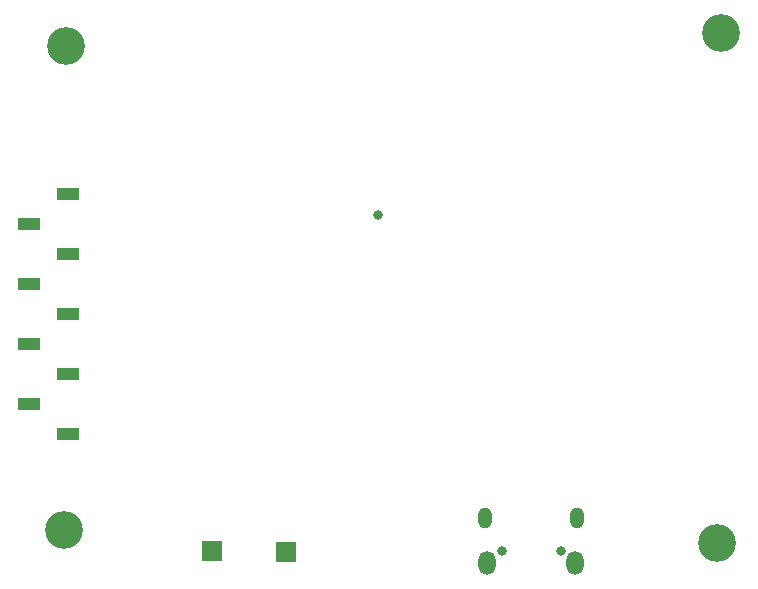
<source format=gbr>
%TF.GenerationSoftware,KiCad,Pcbnew,7.0.2*%
%TF.CreationDate,2023-11-25T19:49:37-03:00*%
%TF.ProjectId,Schematic_monitor,53636865-6d61-4746-9963-5f6d6f6e6974,rev?*%
%TF.SameCoordinates,Original*%
%TF.FileFunction,Soldermask,Bot*%
%TF.FilePolarity,Negative*%
%FSLAX45Y45*%
G04 Gerber Fmt 4.5, Leading zero omitted, Abs format (unit mm)*
G04 Created by KiCad (PCBNEW 7.0.2) date 2023-11-25 19:49:37*
%MOMM*%
%LPD*%
G01*
G04 APERTURE LIST*
%ADD10O,1.150000X1.800000*%
%ADD11O,1.450000X2.000000*%
%ADD12O,0.800000X0.800000*%
%ADD13R,1.700000X1.700000*%
%ADD14C,0.800000*%
%ADD15C,3.200000*%
%ADD16R,1.900000X1.000000*%
G04 APERTURE END LIST*
D10*
%TO.C,J2*%
X17073792Y-15549996D03*
D11*
X17058792Y-15929996D03*
D12*
X16936292Y-15824996D03*
X16436292Y-15824996D03*
D11*
X16313792Y-15929996D03*
D10*
X16298792Y-15549996D03*
%TD*%
D13*
%TO.C,J4*%
X14611792Y-15831496D03*
%TD*%
D14*
%TO.C,SW1*%
X15392000Y-12981000D03*
%TD*%
D13*
%TO.C,J3*%
X13986792Y-15827496D03*
%TD*%
D15*
%TO.C,H2*%
X18291792Y-11440496D03*
%TD*%
%TO.C,H6*%
X12730792Y-15652496D03*
%TD*%
%TO.C,H4*%
X18263792Y-15763496D03*
%TD*%
%TO.C,H1*%
X12747792Y-11551496D03*
%TD*%
D16*
%TO.C,J5*%
X12766792Y-14835496D03*
X12436792Y-14581496D03*
X12766792Y-14327496D03*
X12436792Y-14073496D03*
X12766792Y-13819496D03*
X12436792Y-13565496D03*
X12766792Y-13311496D03*
X12436792Y-13057496D03*
X12766792Y-12803496D03*
%TD*%
M02*

</source>
